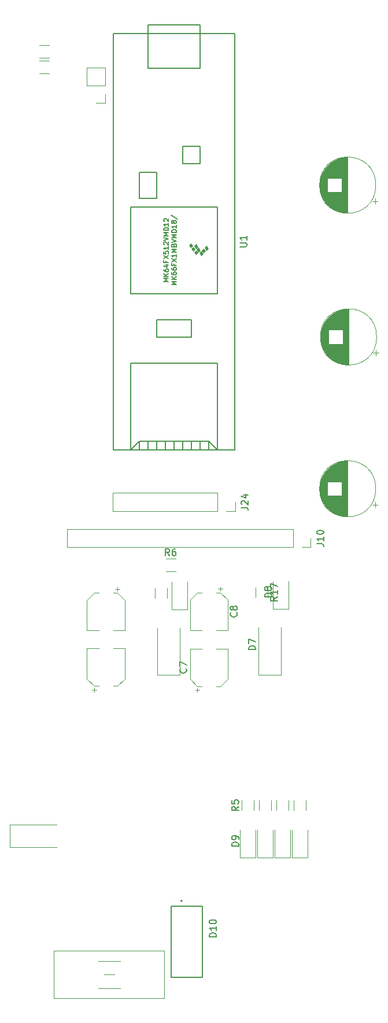
<source format=gbr>
%TF.GenerationSoftware,KiCad,Pcbnew,(6.0.2)*%
%TF.CreationDate,2022-07-06T01:18:05+02:00*%
%TF.ProjectId,MainBoard-2023,4d61696e-426f-4617-9264-2d323032332e,rev?*%
%TF.SameCoordinates,Original*%
%TF.FileFunction,Legend,Top*%
%TF.FilePolarity,Positive*%
%FSLAX46Y46*%
G04 Gerber Fmt 4.6, Leading zero omitted, Abs format (unit mm)*
G04 Created by KiCad (PCBNEW (6.0.2)) date 2022-07-06 01:18:05*
%MOMM*%
%LPD*%
G01*
G04 APERTURE LIST*
%ADD10C,0.150000*%
%ADD11C,0.120000*%
%ADD12C,0.100000*%
%ADD13C,0.127000*%
%ADD14C,0.200000*%
G04 APERTURE END LIST*
D10*
%TO.C,C8*%
X129152142Y-117189166D02*
X129199761Y-117236785D01*
X129247380Y-117379642D01*
X129247380Y-117474880D01*
X129199761Y-117617738D01*
X129104523Y-117712976D01*
X129009285Y-117760595D01*
X128818809Y-117808214D01*
X128675952Y-117808214D01*
X128485476Y-117760595D01*
X128390238Y-117712976D01*
X128295000Y-117617738D01*
X128247380Y-117474880D01*
X128247380Y-117379642D01*
X128295000Y-117236785D01*
X128342619Y-117189166D01*
X128675952Y-116617738D02*
X128628333Y-116712976D01*
X128580714Y-116760595D01*
X128485476Y-116808214D01*
X128437857Y-116808214D01*
X128342619Y-116760595D01*
X128295000Y-116712976D01*
X128247380Y-116617738D01*
X128247380Y-116427261D01*
X128295000Y-116332023D01*
X128342619Y-116284404D01*
X128437857Y-116236785D01*
X128485476Y-116236785D01*
X128580714Y-116284404D01*
X128628333Y-116332023D01*
X128675952Y-116427261D01*
X128675952Y-116617738D01*
X128723571Y-116712976D01*
X128771190Y-116760595D01*
X128866428Y-116808214D01*
X129056904Y-116808214D01*
X129152142Y-116760595D01*
X129199761Y-116712976D01*
X129247380Y-116617738D01*
X129247380Y-116427261D01*
X129199761Y-116332023D01*
X129152142Y-116284404D01*
X129056904Y-116236785D01*
X128866428Y-116236785D01*
X128771190Y-116284404D01*
X128723571Y-116332023D01*
X128675952Y-116427261D01*
%TO.C,C7*%
X121752142Y-125399166D02*
X121799761Y-125446785D01*
X121847380Y-125589642D01*
X121847380Y-125684880D01*
X121799761Y-125827738D01*
X121704523Y-125922976D01*
X121609285Y-125970595D01*
X121418809Y-126018214D01*
X121275952Y-126018214D01*
X121085476Y-125970595D01*
X120990238Y-125922976D01*
X120895000Y-125827738D01*
X120847380Y-125684880D01*
X120847380Y-125589642D01*
X120895000Y-125446785D01*
X120942619Y-125399166D01*
X120847380Y-125065833D02*
X120847380Y-124399166D01*
X121847380Y-124827738D01*
%TO.C,J10*%
X140896380Y-107108523D02*
X141610666Y-107108523D01*
X141753523Y-107156142D01*
X141848761Y-107251380D01*
X141896380Y-107394238D01*
X141896380Y-107489476D01*
X141896380Y-106108523D02*
X141896380Y-106679952D01*
X141896380Y-106394238D02*
X140896380Y-106394238D01*
X141039238Y-106489476D01*
X141134476Y-106584714D01*
X141182095Y-106679952D01*
X140896380Y-105489476D02*
X140896380Y-105394238D01*
X140944000Y-105299000D01*
X140991619Y-105251380D01*
X141086857Y-105203761D01*
X141277333Y-105156142D01*
X141515428Y-105156142D01*
X141705904Y-105203761D01*
X141801142Y-105251380D01*
X141848761Y-105299000D01*
X141896380Y-105394238D01*
X141896380Y-105489476D01*
X141848761Y-105584714D01*
X141801142Y-105632333D01*
X141705904Y-105679952D01*
X141515428Y-105727571D01*
X141277333Y-105727571D01*
X141086857Y-105679952D01*
X140991619Y-105632333D01*
X140944000Y-105584714D01*
X140896380Y-105489476D01*
%TO.C,D9*%
X129442380Y-151370595D02*
X128442380Y-151370595D01*
X128442380Y-151132500D01*
X128490000Y-150989642D01*
X128585238Y-150894404D01*
X128680476Y-150846785D01*
X128870952Y-150799166D01*
X129013809Y-150799166D01*
X129204285Y-150846785D01*
X129299523Y-150894404D01*
X129394761Y-150989642D01*
X129442380Y-151132500D01*
X129442380Y-151370595D01*
X129442380Y-150322976D02*
X129442380Y-150132500D01*
X129394761Y-150037261D01*
X129347142Y-149989642D01*
X129204285Y-149894404D01*
X129013809Y-149846785D01*
X128632857Y-149846785D01*
X128537619Y-149894404D01*
X128490000Y-149942023D01*
X128442380Y-150037261D01*
X128442380Y-150227738D01*
X128490000Y-150322976D01*
X128537619Y-150370595D01*
X128632857Y-150418214D01*
X128870952Y-150418214D01*
X128966190Y-150370595D01*
X129013809Y-150322976D01*
X129061428Y-150227738D01*
X129061428Y-150037261D01*
X129013809Y-149942023D01*
X128966190Y-149894404D01*
X128870952Y-149846785D01*
%TO.C,D8*%
X134268380Y-114911095D02*
X133268380Y-114911095D01*
X133268380Y-114673000D01*
X133316000Y-114530142D01*
X133411238Y-114434904D01*
X133506476Y-114387285D01*
X133696952Y-114339666D01*
X133839809Y-114339666D01*
X134030285Y-114387285D01*
X134125523Y-114434904D01*
X134220761Y-114530142D01*
X134268380Y-114673000D01*
X134268380Y-114911095D01*
X133696952Y-113768238D02*
X133649333Y-113863476D01*
X133601714Y-113911095D01*
X133506476Y-113958714D01*
X133458857Y-113958714D01*
X133363619Y-113911095D01*
X133316000Y-113863476D01*
X133268380Y-113768238D01*
X133268380Y-113577761D01*
X133316000Y-113482523D01*
X133363619Y-113434904D01*
X133458857Y-113387285D01*
X133506476Y-113387285D01*
X133601714Y-113434904D01*
X133649333Y-113482523D01*
X133696952Y-113577761D01*
X133696952Y-113768238D01*
X133744571Y-113863476D01*
X133792190Y-113911095D01*
X133887428Y-113958714D01*
X134077904Y-113958714D01*
X134173142Y-113911095D01*
X134220761Y-113863476D01*
X134268380Y-113768238D01*
X134268380Y-113577761D01*
X134220761Y-113482523D01*
X134173142Y-113434904D01*
X134077904Y-113387285D01*
X133887428Y-113387285D01*
X133792190Y-113434904D01*
X133744571Y-113482523D01*
X133696952Y-113577761D01*
%TO.C,R17*%
X135114380Y-114862857D02*
X134638190Y-115196190D01*
X135114380Y-115434285D02*
X134114380Y-115434285D01*
X134114380Y-115053333D01*
X134162000Y-114958095D01*
X134209619Y-114910476D01*
X134304857Y-114862857D01*
X134447714Y-114862857D01*
X134542952Y-114910476D01*
X134590571Y-114958095D01*
X134638190Y-115053333D01*
X134638190Y-115434285D01*
X135114380Y-113910476D02*
X135114380Y-114481904D01*
X135114380Y-114196190D02*
X134114380Y-114196190D01*
X134257238Y-114291428D01*
X134352476Y-114386666D01*
X134400095Y-114481904D01*
X134114380Y-113577142D02*
X134114380Y-112910476D01*
X135114380Y-113339047D01*
%TO.C,D7*%
X131937380Y-122618095D02*
X130937380Y-122618095D01*
X130937380Y-122380000D01*
X130985000Y-122237142D01*
X131080238Y-122141904D01*
X131175476Y-122094285D01*
X131365952Y-122046666D01*
X131508809Y-122046666D01*
X131699285Y-122094285D01*
X131794523Y-122141904D01*
X131889761Y-122237142D01*
X131937380Y-122380000D01*
X131937380Y-122618095D01*
X130937380Y-121713333D02*
X130937380Y-121046666D01*
X131937380Y-121475238D01*
%TO.C,R6*%
X119340333Y-108868380D02*
X119007000Y-108392190D01*
X118768904Y-108868380D02*
X118768904Y-107868380D01*
X119149857Y-107868380D01*
X119245095Y-107916000D01*
X119292714Y-107963619D01*
X119340333Y-108058857D01*
X119340333Y-108201714D01*
X119292714Y-108296952D01*
X119245095Y-108344571D01*
X119149857Y-108392190D01*
X118768904Y-108392190D01*
X120197476Y-107868380D02*
X120007000Y-107868380D01*
X119911761Y-107916000D01*
X119864142Y-107963619D01*
X119768904Y-108106476D01*
X119721285Y-108296952D01*
X119721285Y-108677904D01*
X119768904Y-108773142D01*
X119816523Y-108820761D01*
X119911761Y-108868380D01*
X120102238Y-108868380D01*
X120197476Y-108820761D01*
X120245095Y-108773142D01*
X120292714Y-108677904D01*
X120292714Y-108439809D01*
X120245095Y-108344571D01*
X120197476Y-108296952D01*
X120102238Y-108249333D01*
X119911761Y-108249333D01*
X119816523Y-108296952D01*
X119768904Y-108344571D01*
X119721285Y-108439809D01*
%TO.C,J24*%
X129837380Y-101799523D02*
X130551666Y-101799523D01*
X130694523Y-101847142D01*
X130789761Y-101942380D01*
X130837380Y-102085238D01*
X130837380Y-102180476D01*
X129932619Y-101370952D02*
X129885000Y-101323333D01*
X129837380Y-101228095D01*
X129837380Y-100990000D01*
X129885000Y-100894761D01*
X129932619Y-100847142D01*
X130027857Y-100799523D01*
X130123095Y-100799523D01*
X130265952Y-100847142D01*
X130837380Y-101418571D01*
X130837380Y-100799523D01*
X130170714Y-99942380D02*
X130837380Y-99942380D01*
X129789761Y-100180476D02*
X130504047Y-100418571D01*
X130504047Y-99799523D01*
%TO.C,U1*%
X129627380Y-63626904D02*
X130436904Y-63626904D01*
X130532142Y-63579285D01*
X130579761Y-63531666D01*
X130627380Y-63436428D01*
X130627380Y-63245952D01*
X130579761Y-63150714D01*
X130532142Y-63103095D01*
X130436904Y-63055476D01*
X129627380Y-63055476D01*
X130627380Y-62055476D02*
X130627380Y-62626904D01*
X130627380Y-62341190D02*
X129627380Y-62341190D01*
X129770238Y-62436428D01*
X129865476Y-62531666D01*
X129913095Y-62626904D01*
X120331666Y-69185000D02*
X119631666Y-69185000D01*
X120131666Y-68951666D01*
X119631666Y-68718333D01*
X120331666Y-68718333D01*
X120331666Y-68385000D02*
X119631666Y-68385000D01*
X120331666Y-67985000D02*
X119931666Y-68285000D01*
X119631666Y-67985000D02*
X120031666Y-68385000D01*
X119631666Y-67385000D02*
X119631666Y-67518333D01*
X119665000Y-67585000D01*
X119698333Y-67618333D01*
X119798333Y-67685000D01*
X119931666Y-67718333D01*
X120198333Y-67718333D01*
X120265000Y-67685000D01*
X120298333Y-67651666D01*
X120331666Y-67585000D01*
X120331666Y-67451666D01*
X120298333Y-67385000D01*
X120265000Y-67351666D01*
X120198333Y-67318333D01*
X120031666Y-67318333D01*
X119965000Y-67351666D01*
X119931666Y-67385000D01*
X119898333Y-67451666D01*
X119898333Y-67585000D01*
X119931666Y-67651666D01*
X119965000Y-67685000D01*
X120031666Y-67718333D01*
X119631666Y-66718333D02*
X119631666Y-66851666D01*
X119665000Y-66918333D01*
X119698333Y-66951666D01*
X119798333Y-67018333D01*
X119931666Y-67051666D01*
X120198333Y-67051666D01*
X120265000Y-67018333D01*
X120298333Y-66985000D01*
X120331666Y-66918333D01*
X120331666Y-66785000D01*
X120298333Y-66718333D01*
X120265000Y-66685000D01*
X120198333Y-66651666D01*
X120031666Y-66651666D01*
X119965000Y-66685000D01*
X119931666Y-66718333D01*
X119898333Y-66785000D01*
X119898333Y-66918333D01*
X119931666Y-66985000D01*
X119965000Y-67018333D01*
X120031666Y-67051666D01*
X119965000Y-66118333D02*
X119965000Y-66351666D01*
X120331666Y-66351666D02*
X119631666Y-66351666D01*
X119631666Y-66018333D01*
X119631666Y-65818333D02*
X120331666Y-65351666D01*
X119631666Y-65351666D02*
X120331666Y-65818333D01*
X120331666Y-64718333D02*
X120331666Y-65118333D01*
X120331666Y-64918333D02*
X119631666Y-64918333D01*
X119731666Y-64985000D01*
X119798333Y-65051666D01*
X119831666Y-65118333D01*
X120331666Y-64418333D02*
X119631666Y-64418333D01*
X120131666Y-64185000D01*
X119631666Y-63951666D01*
X120331666Y-63951666D01*
X119965000Y-63385000D02*
X119998333Y-63285000D01*
X120031666Y-63251666D01*
X120098333Y-63218333D01*
X120198333Y-63218333D01*
X120265000Y-63251666D01*
X120298333Y-63285000D01*
X120331666Y-63351666D01*
X120331666Y-63618333D01*
X119631666Y-63618333D01*
X119631666Y-63385000D01*
X119665000Y-63318333D01*
X119698333Y-63285000D01*
X119765000Y-63251666D01*
X119831666Y-63251666D01*
X119898333Y-63285000D01*
X119931666Y-63318333D01*
X119965000Y-63385000D01*
X119965000Y-63618333D01*
X119631666Y-63018333D02*
X120331666Y-62785000D01*
X119631666Y-62551666D01*
X120331666Y-62318333D02*
X119631666Y-62318333D01*
X120131666Y-62085000D01*
X119631666Y-61851666D01*
X120331666Y-61851666D01*
X120331666Y-61518333D02*
X119631666Y-61518333D01*
X119631666Y-61351666D01*
X119665000Y-61251666D01*
X119731666Y-61185000D01*
X119798333Y-61151666D01*
X119931666Y-61118333D01*
X120031666Y-61118333D01*
X120165000Y-61151666D01*
X120231666Y-61185000D01*
X120298333Y-61251666D01*
X120331666Y-61351666D01*
X120331666Y-61518333D01*
X120331666Y-60451666D02*
X120331666Y-60851666D01*
X120331666Y-60651666D02*
X119631666Y-60651666D01*
X119731666Y-60718333D01*
X119798333Y-60785000D01*
X119831666Y-60851666D01*
X119931666Y-60051666D02*
X119898333Y-60118333D01*
X119865000Y-60151666D01*
X119798333Y-60185000D01*
X119765000Y-60185000D01*
X119698333Y-60151666D01*
X119665000Y-60118333D01*
X119631666Y-60051666D01*
X119631666Y-59918333D01*
X119665000Y-59851666D01*
X119698333Y-59818333D01*
X119765000Y-59785000D01*
X119798333Y-59785000D01*
X119865000Y-59818333D01*
X119898333Y-59851666D01*
X119931666Y-59918333D01*
X119931666Y-60051666D01*
X119965000Y-60118333D01*
X119998333Y-60151666D01*
X120065000Y-60185000D01*
X120198333Y-60185000D01*
X120265000Y-60151666D01*
X120298333Y-60118333D01*
X120331666Y-60051666D01*
X120331666Y-59918333D01*
X120298333Y-59851666D01*
X120265000Y-59818333D01*
X120198333Y-59785000D01*
X120065000Y-59785000D01*
X119998333Y-59818333D01*
X119965000Y-59851666D01*
X119931666Y-59918333D01*
X119598333Y-58985000D02*
X120498333Y-59585000D01*
X119188666Y-68735000D02*
X118488666Y-68735000D01*
X118988666Y-68501666D01*
X118488666Y-68268333D01*
X119188666Y-68268333D01*
X119188666Y-67935000D02*
X118488666Y-67935000D01*
X119188666Y-67535000D02*
X118788666Y-67835000D01*
X118488666Y-67535000D02*
X118888666Y-67935000D01*
X118488666Y-66935000D02*
X118488666Y-67068333D01*
X118522000Y-67135000D01*
X118555333Y-67168333D01*
X118655333Y-67235000D01*
X118788666Y-67268333D01*
X119055333Y-67268333D01*
X119122000Y-67235000D01*
X119155333Y-67201666D01*
X119188666Y-67135000D01*
X119188666Y-67001666D01*
X119155333Y-66935000D01*
X119122000Y-66901666D01*
X119055333Y-66868333D01*
X118888666Y-66868333D01*
X118822000Y-66901666D01*
X118788666Y-66935000D01*
X118755333Y-67001666D01*
X118755333Y-67135000D01*
X118788666Y-67201666D01*
X118822000Y-67235000D01*
X118888666Y-67268333D01*
X118722000Y-66268333D02*
X119188666Y-66268333D01*
X118455333Y-66435000D02*
X118955333Y-66601666D01*
X118955333Y-66168333D01*
X118822000Y-65668333D02*
X118822000Y-65901666D01*
X119188666Y-65901666D02*
X118488666Y-65901666D01*
X118488666Y-65568333D01*
X118488666Y-65368333D02*
X119188666Y-64901666D01*
X118488666Y-64901666D02*
X119188666Y-65368333D01*
X118488666Y-64301666D02*
X118488666Y-64635000D01*
X118822000Y-64668333D01*
X118788666Y-64635000D01*
X118755333Y-64568333D01*
X118755333Y-64401666D01*
X118788666Y-64335000D01*
X118822000Y-64301666D01*
X118888666Y-64268333D01*
X119055333Y-64268333D01*
X119122000Y-64301666D01*
X119155333Y-64335000D01*
X119188666Y-64401666D01*
X119188666Y-64568333D01*
X119155333Y-64635000D01*
X119122000Y-64668333D01*
X119188666Y-63601666D02*
X119188666Y-64001666D01*
X119188666Y-63801666D02*
X118488666Y-63801666D01*
X118588666Y-63868333D01*
X118655333Y-63935000D01*
X118688666Y-64001666D01*
X118555333Y-63335000D02*
X118522000Y-63301666D01*
X118488666Y-63235000D01*
X118488666Y-63068333D01*
X118522000Y-63001666D01*
X118555333Y-62968333D01*
X118622000Y-62935000D01*
X118688666Y-62935000D01*
X118788666Y-62968333D01*
X119188666Y-63368333D01*
X119188666Y-62935000D01*
X118488666Y-62735000D02*
X119188666Y-62501666D01*
X118488666Y-62268333D01*
X119188666Y-62035000D02*
X118488666Y-62035000D01*
X118988666Y-61801666D01*
X118488666Y-61568333D01*
X119188666Y-61568333D01*
X119188666Y-61235000D02*
X118488666Y-61235000D01*
X118488666Y-61068333D01*
X118522000Y-60968333D01*
X118588666Y-60901666D01*
X118655333Y-60868333D01*
X118788666Y-60835000D01*
X118888666Y-60835000D01*
X119022000Y-60868333D01*
X119088666Y-60901666D01*
X119155333Y-60968333D01*
X119188666Y-61068333D01*
X119188666Y-61235000D01*
X119188666Y-60168333D02*
X119188666Y-60568333D01*
X119188666Y-60368333D02*
X118488666Y-60368333D01*
X118588666Y-60435000D01*
X118655333Y-60501666D01*
X118688666Y-60568333D01*
X118555333Y-59901666D02*
X118522000Y-59868333D01*
X118488666Y-59801666D01*
X118488666Y-59635000D01*
X118522000Y-59568333D01*
X118555333Y-59535000D01*
X118622000Y-59501666D01*
X118688666Y-59501666D01*
X118788666Y-59535000D01*
X119188666Y-59935000D01*
X119188666Y-59501666D01*
%TO.C,R5*%
X129442380Y-145581666D02*
X128966190Y-145915000D01*
X129442380Y-146153095D02*
X128442380Y-146153095D01*
X128442380Y-145772142D01*
X128490000Y-145676904D01*
X128537619Y-145629285D01*
X128632857Y-145581666D01*
X128775714Y-145581666D01*
X128870952Y-145629285D01*
X128918571Y-145676904D01*
X128966190Y-145772142D01*
X128966190Y-146153095D01*
X128442380Y-144676904D02*
X128442380Y-145153095D01*
X128918571Y-145200714D01*
X128870952Y-145153095D01*
X128823333Y-145057857D01*
X128823333Y-144819761D01*
X128870952Y-144724523D01*
X128918571Y-144676904D01*
X129013809Y-144629285D01*
X129251904Y-144629285D01*
X129347142Y-144676904D01*
X129394761Y-144724523D01*
X129442380Y-144819761D01*
X129442380Y-145057857D01*
X129394761Y-145153095D01*
X129347142Y-145200714D01*
%TO.C,D10*%
X126182380Y-164653285D02*
X125182380Y-164653285D01*
X125182380Y-164415190D01*
X125230000Y-164272333D01*
X125325238Y-164177095D01*
X125420476Y-164129476D01*
X125610952Y-164081857D01*
X125753809Y-164081857D01*
X125944285Y-164129476D01*
X126039523Y-164177095D01*
X126134761Y-164272333D01*
X126182380Y-164415190D01*
X126182380Y-164653285D01*
X126182380Y-163129476D02*
X126182380Y-163700904D01*
X126182380Y-163415190D02*
X125182380Y-163415190D01*
X125325238Y-163510428D01*
X125420476Y-163605666D01*
X125468095Y-163700904D01*
X125182380Y-162510428D02*
X125182380Y-162415190D01*
X125230000Y-162319952D01*
X125277619Y-162272333D01*
X125372857Y-162224714D01*
X125563333Y-162177095D01*
X125801428Y-162177095D01*
X125991904Y-162224714D01*
X126087142Y-162272333D01*
X126134761Y-162319952D01*
X126182380Y-162415190D01*
X126182380Y-162510428D01*
X126134761Y-162605666D01*
X126087142Y-162653285D01*
X125991904Y-162700904D01*
X125801428Y-162748523D01*
X125563333Y-162748523D01*
X125372857Y-162700904D01*
X125277619Y-162653285D01*
X125230000Y-162605666D01*
X125182380Y-162510428D01*
D11*
%TO.C,C2*%
X112772000Y-119814000D02*
X111072000Y-119814000D01*
X111707563Y-114294000D02*
X112772000Y-115358437D01*
X108316437Y-114294000D02*
X108952000Y-114294000D01*
X108316437Y-114294000D02*
X107252000Y-115358437D01*
X112772000Y-115358437D02*
X112772000Y-119814000D01*
X112009500Y-113741500D02*
X111384500Y-113741500D01*
X111707563Y-114294000D02*
X111072000Y-114294000D01*
X107252000Y-115358437D02*
X107252000Y-119814000D01*
X107252000Y-119814000D02*
X108952000Y-119814000D01*
X111697000Y-113429000D02*
X111697000Y-114054000D01*
%TO.C,D4*%
X95930000Y-151510000D02*
X102830000Y-151510000D01*
X95930000Y-148210000D02*
X95930000Y-151510000D01*
X95930000Y-148210000D02*
X102830000Y-148210000D01*
%TO.C,R4*%
X139340000Y-146142064D02*
X139340000Y-144687936D01*
X137520000Y-146142064D02*
X137520000Y-144687936D01*
%TO.C,R2*%
X117200000Y-113572936D02*
X117200000Y-115027064D01*
X119020000Y-113572936D02*
X119020000Y-115027064D01*
%TO.C,C8*%
X123399437Y-114262500D02*
X124035000Y-114262500D01*
X122335000Y-119782500D02*
X124035000Y-119782500D01*
X123399437Y-114262500D02*
X122335000Y-115326937D01*
X126790563Y-114262500D02*
X126155000Y-114262500D01*
X127855000Y-115326937D02*
X127855000Y-119782500D01*
X127855000Y-119782500D02*
X126155000Y-119782500D01*
X122335000Y-115326937D02*
X122335000Y-119782500D01*
X126790563Y-114262500D02*
X127855000Y-115326937D01*
X127092500Y-113710000D02*
X126467500Y-113710000D01*
X126780000Y-113397500D02*
X126780000Y-114022500D01*
%TO.C,C7*%
X126790563Y-127992500D02*
X126155000Y-127992500D01*
X126790563Y-127992500D02*
X127855000Y-126928063D01*
X123097500Y-128545000D02*
X123722500Y-128545000D01*
X127855000Y-126928063D02*
X127855000Y-122472500D01*
X122335000Y-126928063D02*
X122335000Y-122472500D01*
X127855000Y-122472500D02*
X126155000Y-122472500D01*
X123399437Y-127992500D02*
X122335000Y-126928063D01*
X123410000Y-128857500D02*
X123410000Y-128232500D01*
X122335000Y-122472500D02*
X124035000Y-122472500D01*
X123399437Y-127992500D02*
X124035000Y-127992500D01*
%TO.C,R3*%
X134260000Y-146142064D02*
X134260000Y-144687936D01*
X132440000Y-146142064D02*
X132440000Y-144687936D01*
%TO.C,J10*%
X137404000Y-107629000D02*
X104324000Y-107629000D01*
X137404000Y-104969000D02*
X137404000Y-107629000D01*
X137404000Y-104969000D02*
X104324000Y-104969000D01*
X140004000Y-107629000D02*
X138674000Y-107629000D01*
X104324000Y-104969000D02*
X104324000Y-107629000D01*
X140004000Y-106299000D02*
X140004000Y-107629000D01*
%TO.C,C3*%
X144619000Y-103062000D02*
X144619000Y-95058000D01*
X144099000Y-102923000D02*
X144099000Y-100100000D01*
X144259000Y-102974000D02*
X144259000Y-100100000D01*
X142339000Y-101757000D02*
X142339000Y-96363000D01*
X149829698Y-101375000D02*
X149029698Y-101375000D01*
X144019000Y-98020000D02*
X144019000Y-95225000D01*
X143179000Y-102478000D02*
X143179000Y-100100000D01*
X143499000Y-98020000D02*
X143499000Y-95454000D01*
X141859000Y-101094000D02*
X141859000Y-97026000D01*
X141939000Y-101226000D02*
X141939000Y-96894000D01*
X144780000Y-103090000D02*
X144780000Y-95030000D01*
X142059000Y-101405000D02*
X142059000Y-96715000D01*
X144820000Y-103097000D02*
X144820000Y-95023000D01*
X144059000Y-102910000D02*
X144059000Y-100100000D01*
X144499000Y-103036000D02*
X144499000Y-100100000D01*
X143859000Y-102834000D02*
X143859000Y-100100000D01*
X143939000Y-102865000D02*
X143939000Y-100100000D01*
X143779000Y-102800000D02*
X143779000Y-100100000D01*
X142579000Y-98020000D02*
X142579000Y-96115000D01*
X144219000Y-102962000D02*
X144219000Y-100100000D01*
X143779000Y-98020000D02*
X143779000Y-95320000D01*
X143059000Y-98020000D02*
X143059000Y-95722000D01*
X144299000Y-102985000D02*
X144299000Y-100100000D01*
X144219000Y-98020000D02*
X144219000Y-95158000D01*
X142139000Y-101514000D02*
X142139000Y-96606000D01*
X141739000Y-100873000D02*
X141739000Y-97247000D01*
X143139000Y-98020000D02*
X143139000Y-95668000D01*
X143619000Y-98020000D02*
X143619000Y-95394000D01*
X144499000Y-98020000D02*
X144499000Y-95084000D01*
X143739000Y-98020000D02*
X143739000Y-95338000D01*
X142899000Y-102280000D02*
X142899000Y-100100000D01*
X142979000Y-102340000D02*
X142979000Y-100100000D01*
X144940000Y-103112000D02*
X144940000Y-95008000D01*
X143579000Y-98020000D02*
X143579000Y-95413000D01*
X144339000Y-98020000D02*
X144339000Y-95124000D01*
X141979000Y-101288000D02*
X141979000Y-96832000D01*
X142899000Y-98020000D02*
X142899000Y-95840000D01*
X141899000Y-101162000D02*
X141899000Y-96958000D01*
X142979000Y-98020000D02*
X142979000Y-95780000D01*
X143259000Y-102529000D02*
X143259000Y-100100000D01*
X143499000Y-102666000D02*
X143499000Y-100100000D01*
X143339000Y-102577000D02*
X143339000Y-100100000D01*
X143819000Y-102817000D02*
X143819000Y-100100000D01*
X144900000Y-103108000D02*
X144900000Y-95012000D01*
X143419000Y-102622000D02*
X143419000Y-100100000D01*
X142459000Y-101886000D02*
X142459000Y-96234000D01*
X142019000Y-101347000D02*
X142019000Y-96773000D01*
X145380000Y-103140000D02*
X145380000Y-94980000D01*
X144099000Y-98020000D02*
X144099000Y-95197000D01*
X144139000Y-102937000D02*
X144139000Y-100100000D01*
X141779000Y-100950000D02*
X141779000Y-97170000D01*
X144299000Y-98020000D02*
X144299000Y-95135000D01*
X143979000Y-102881000D02*
X143979000Y-100100000D01*
X143979000Y-98020000D02*
X143979000Y-95239000D01*
X142619000Y-98020000D02*
X142619000Y-96077000D01*
X143379000Y-102600000D02*
X143379000Y-100100000D01*
X144379000Y-98020000D02*
X144379000Y-95113000D01*
X144459000Y-98020000D02*
X144459000Y-95093000D01*
X142499000Y-101927000D02*
X142499000Y-100100000D01*
X143419000Y-98020000D02*
X143419000Y-95498000D01*
X142939000Y-102310000D02*
X142939000Y-100100000D01*
X142579000Y-102005000D02*
X142579000Y-100100000D01*
X142739000Y-98020000D02*
X142739000Y-95970000D01*
X143699000Y-102764000D02*
X143699000Y-100100000D01*
X142419000Y-101844000D02*
X142419000Y-96276000D01*
X143659000Y-98020000D02*
X143659000Y-95374000D01*
X144740000Y-103084000D02*
X144740000Y-95036000D01*
X143819000Y-98020000D02*
X143819000Y-95303000D01*
X143379000Y-98020000D02*
X143379000Y-95520000D01*
X142299000Y-101711000D02*
X142299000Y-96409000D01*
X142819000Y-98020000D02*
X142819000Y-95904000D01*
X141379000Y-99828000D02*
X141379000Y-98292000D01*
X141659000Y-100705000D02*
X141659000Y-97415000D01*
X142379000Y-101801000D02*
X142379000Y-96319000D01*
X144459000Y-103027000D02*
X144459000Y-100100000D01*
X144659000Y-103070000D02*
X144659000Y-95050000D01*
X142539000Y-101967000D02*
X142539000Y-100100000D01*
X143019000Y-102369000D02*
X143019000Y-100100000D01*
X141619000Y-100612000D02*
X141619000Y-97508000D01*
X143219000Y-98020000D02*
X143219000Y-95616000D01*
X143899000Y-98020000D02*
X143899000Y-95270000D01*
X144139000Y-98020000D02*
X144139000Y-95183000D01*
X144259000Y-98020000D02*
X144259000Y-95146000D01*
X144860000Y-103102000D02*
X144860000Y-95018000D01*
X143859000Y-98020000D02*
X143859000Y-95286000D01*
X142179000Y-101565000D02*
X142179000Y-96555000D01*
X143459000Y-102644000D02*
X143459000Y-100100000D01*
X143739000Y-102782000D02*
X143739000Y-100100000D01*
X141699000Y-100791000D02*
X141699000Y-97329000D01*
X142939000Y-98020000D02*
X142939000Y-95810000D01*
X143539000Y-98020000D02*
X143539000Y-95433000D01*
X142219000Y-101616000D02*
X142219000Y-96504000D01*
X145340000Y-103140000D02*
X145340000Y-94980000D01*
X143099000Y-98020000D02*
X143099000Y-95695000D01*
X142859000Y-98020000D02*
X142859000Y-95871000D01*
X145060000Y-103125000D02*
X145060000Y-94995000D01*
X144699000Y-103077000D02*
X144699000Y-95043000D01*
X144419000Y-103017000D02*
X144419000Y-100100000D01*
X141819000Y-101024000D02*
X141819000Y-97096000D01*
X142859000Y-102249000D02*
X142859000Y-100100000D01*
X141499000Y-100289000D02*
X141499000Y-97831000D01*
X143059000Y-102398000D02*
X143059000Y-100100000D01*
X142699000Y-102115000D02*
X142699000Y-100100000D01*
X144339000Y-102996000D02*
X144339000Y-100100000D01*
X143939000Y-98020000D02*
X143939000Y-95255000D01*
X145420000Y-103140000D02*
X145420000Y-94980000D01*
X143299000Y-102553000D02*
X143299000Y-100100000D01*
X144179000Y-102949000D02*
X144179000Y-100100000D01*
X142779000Y-98020000D02*
X142779000Y-95936000D01*
X145020000Y-103121000D02*
X145020000Y-94999000D01*
X144379000Y-103007000D02*
X144379000Y-100100000D01*
X145100000Y-103128000D02*
X145100000Y-94992000D01*
X144059000Y-98020000D02*
X144059000Y-95210000D01*
X145260000Y-103137000D02*
X145260000Y-94983000D01*
X149429698Y-101775000D02*
X149429698Y-100975000D01*
X142659000Y-102079000D02*
X142659000Y-100100000D01*
X144980000Y-103117000D02*
X144980000Y-95003000D01*
X143539000Y-102687000D02*
X143539000Y-100100000D01*
X144579000Y-103054000D02*
X144579000Y-95066000D01*
X144419000Y-98020000D02*
X144419000Y-95103000D01*
X143219000Y-102504000D02*
X143219000Y-100100000D01*
X142619000Y-102043000D02*
X142619000Y-100100000D01*
X143619000Y-102726000D02*
X143619000Y-100100000D01*
X144539000Y-103045000D02*
X144539000Y-100100000D01*
X142819000Y-102216000D02*
X142819000Y-100100000D01*
X142259000Y-101664000D02*
X142259000Y-96456000D01*
X142659000Y-98020000D02*
X142659000Y-96041000D01*
X143299000Y-98020000D02*
X143299000Y-95567000D01*
X145140000Y-103131000D02*
X145140000Y-94989000D01*
X143139000Y-102452000D02*
X143139000Y-100100000D01*
X142699000Y-98020000D02*
X142699000Y-96005000D01*
X143339000Y-98020000D02*
X143339000Y-95543000D01*
X143179000Y-98020000D02*
X143179000Y-95642000D01*
X143019000Y-98020000D02*
X143019000Y-95751000D01*
X141459000Y-100158000D02*
X141459000Y-97962000D01*
X141419000Y-100008000D02*
X141419000Y-98112000D01*
X141579000Y-100513000D02*
X141579000Y-97607000D01*
X144539000Y-98020000D02*
X144539000Y-95075000D01*
X143899000Y-102850000D02*
X143899000Y-100100000D01*
X142539000Y-98020000D02*
X142539000Y-96153000D01*
X143659000Y-102746000D02*
X143659000Y-100100000D01*
X141339000Y-99593000D02*
X141339000Y-98527000D01*
X143699000Y-98020000D02*
X143699000Y-95356000D01*
X145300000Y-103139000D02*
X145300000Y-94981000D01*
X141539000Y-100406000D02*
X141539000Y-97714000D01*
X143099000Y-102425000D02*
X143099000Y-100100000D01*
X145220000Y-103136000D02*
X145220000Y-94984000D01*
X142099000Y-101460000D02*
X142099000Y-96660000D01*
X142779000Y-102184000D02*
X142779000Y-100100000D01*
X144179000Y-98020000D02*
X144179000Y-95171000D01*
X143579000Y-102707000D02*
X143579000Y-100100000D01*
X143459000Y-98020000D02*
X143459000Y-95476000D01*
X142499000Y-98020000D02*
X142499000Y-96193000D01*
X142739000Y-102150000D02*
X142739000Y-100100000D01*
X145180000Y-103134000D02*
X145180000Y-94986000D01*
X143259000Y-98020000D02*
X143259000Y-95591000D01*
X144019000Y-102895000D02*
X144019000Y-100100000D01*
X149540000Y-99060000D02*
G75*
G03*
X149540000Y-99060000I-4120000J0D01*
G01*
%TO.C,D9*%
X129675000Y-153092500D02*
X131945000Y-153092500D01*
X129675000Y-149032500D02*
X129675000Y-153092500D01*
X131945000Y-153092500D02*
X131945000Y-149032500D01*
%TO.C,J8*%
X109915000Y-42605000D02*
X108585000Y-42605000D01*
X109915000Y-37405000D02*
X107255000Y-37405000D01*
X109915000Y-41275000D02*
X109915000Y-42605000D01*
X107255000Y-40005000D02*
X107255000Y-37405000D01*
X109915000Y-40005000D02*
X109915000Y-37405000D01*
X109915000Y-40005000D02*
X107255000Y-40005000D01*
%TO.C,R22*%
X101692064Y-38248000D02*
X100237936Y-38248000D01*
X101692064Y-36428000D02*
X100237936Y-36428000D01*
%TO.C,D8*%
X134501000Y-116633000D02*
X136771000Y-116633000D01*
X134501000Y-112573000D02*
X134501000Y-116633000D01*
X136771000Y-116633000D02*
X136771000Y-112573000D01*
%TO.C,R17*%
X131932000Y-113492936D02*
X131932000Y-114947064D01*
X133752000Y-113492936D02*
X133752000Y-114947064D01*
%TO.C,C6*%
X142779000Y-57734000D02*
X142779000Y-55650000D01*
X143739000Y-53570000D02*
X143739000Y-50888000D01*
X144299000Y-53570000D02*
X144299000Y-50685000D01*
X143299000Y-53570000D02*
X143299000Y-51117000D01*
X143259000Y-53570000D02*
X143259000Y-51141000D01*
X142219000Y-57166000D02*
X142219000Y-52054000D01*
X142939000Y-57860000D02*
X142939000Y-55650000D01*
X141979000Y-56838000D02*
X141979000Y-52382000D01*
X141619000Y-56162000D02*
X141619000Y-53058000D01*
X145220000Y-58686000D02*
X145220000Y-50534000D01*
X144940000Y-58662000D02*
X144940000Y-50558000D01*
X143899000Y-53570000D02*
X143899000Y-50820000D01*
X142659000Y-57629000D02*
X142659000Y-55650000D01*
X144259000Y-53570000D02*
X144259000Y-50696000D01*
X144379000Y-58557000D02*
X144379000Y-55650000D01*
X144059000Y-53570000D02*
X144059000Y-50760000D01*
X142859000Y-57799000D02*
X142859000Y-55650000D01*
X143939000Y-53570000D02*
X143939000Y-50805000D01*
X144219000Y-58512000D02*
X144219000Y-55650000D01*
X142459000Y-57436000D02*
X142459000Y-51784000D01*
X141539000Y-55956000D02*
X141539000Y-53264000D01*
X144379000Y-53570000D02*
X144379000Y-50663000D01*
X143539000Y-58237000D02*
X143539000Y-55650000D01*
X144219000Y-53570000D02*
X144219000Y-50708000D01*
X142059000Y-56955000D02*
X142059000Y-52265000D01*
X142859000Y-53570000D02*
X142859000Y-51421000D01*
X143979000Y-53570000D02*
X143979000Y-50789000D01*
X145260000Y-58687000D02*
X145260000Y-50533000D01*
X142019000Y-56897000D02*
X142019000Y-52323000D01*
X143339000Y-53570000D02*
X143339000Y-51093000D01*
X145100000Y-58678000D02*
X145100000Y-50542000D01*
X141859000Y-56644000D02*
X141859000Y-52576000D01*
X143979000Y-58431000D02*
X143979000Y-55650000D01*
X144699000Y-58627000D02*
X144699000Y-50593000D01*
X145340000Y-58690000D02*
X145340000Y-50530000D01*
X143379000Y-58150000D02*
X143379000Y-55650000D01*
X141659000Y-56255000D02*
X141659000Y-52965000D01*
X143859000Y-53570000D02*
X143859000Y-50836000D01*
X142619000Y-57593000D02*
X142619000Y-55650000D01*
X149429698Y-57325000D02*
X149429698Y-56525000D01*
X142379000Y-57351000D02*
X142379000Y-51869000D01*
X142419000Y-57394000D02*
X142419000Y-51826000D01*
X143699000Y-53570000D02*
X143699000Y-50906000D01*
X145140000Y-58681000D02*
X145140000Y-50539000D01*
X141579000Y-56063000D02*
X141579000Y-53157000D01*
X144259000Y-58524000D02*
X144259000Y-55650000D01*
X143539000Y-53570000D02*
X143539000Y-50983000D01*
X141819000Y-56574000D02*
X141819000Y-52646000D01*
X143499000Y-53570000D02*
X143499000Y-51004000D01*
X143419000Y-58172000D02*
X143419000Y-55650000D01*
X143739000Y-58332000D02*
X143739000Y-55650000D01*
X144179000Y-58499000D02*
X144179000Y-55650000D01*
X143499000Y-58216000D02*
X143499000Y-55650000D01*
X144659000Y-58620000D02*
X144659000Y-50600000D01*
X143859000Y-58384000D02*
X143859000Y-55650000D01*
X142939000Y-53570000D02*
X142939000Y-51360000D01*
X143579000Y-58257000D02*
X143579000Y-55650000D01*
X145420000Y-58690000D02*
X145420000Y-50530000D01*
X144459000Y-58577000D02*
X144459000Y-55650000D01*
X142579000Y-57555000D02*
X142579000Y-55650000D01*
X142979000Y-57890000D02*
X142979000Y-55650000D01*
X143459000Y-53570000D02*
X143459000Y-51026000D01*
X141779000Y-56500000D02*
X141779000Y-52720000D01*
X143819000Y-58367000D02*
X143819000Y-55650000D01*
X142659000Y-53570000D02*
X142659000Y-51591000D01*
X141699000Y-56341000D02*
X141699000Y-52879000D01*
X142139000Y-57064000D02*
X142139000Y-52156000D01*
X144099000Y-58473000D02*
X144099000Y-55650000D01*
X143059000Y-57948000D02*
X143059000Y-55650000D01*
X143779000Y-53570000D02*
X143779000Y-50870000D01*
X144099000Y-53570000D02*
X144099000Y-50747000D01*
X141419000Y-55558000D02*
X141419000Y-53662000D01*
X143699000Y-58314000D02*
X143699000Y-55650000D01*
X144019000Y-53570000D02*
X144019000Y-50775000D01*
X149829698Y-56925000D02*
X149029698Y-56925000D01*
X142579000Y-53570000D02*
X142579000Y-51665000D01*
X145380000Y-58690000D02*
X145380000Y-50530000D01*
X144820000Y-58647000D02*
X144820000Y-50573000D01*
X145020000Y-58671000D02*
X145020000Y-50549000D01*
X143059000Y-53570000D02*
X143059000Y-51272000D01*
X141939000Y-56776000D02*
X141939000Y-52444000D01*
X143099000Y-57975000D02*
X143099000Y-55650000D01*
X143219000Y-58054000D02*
X143219000Y-55650000D01*
X143179000Y-58028000D02*
X143179000Y-55650000D01*
X144619000Y-58612000D02*
X144619000Y-50608000D01*
X141739000Y-56423000D02*
X141739000Y-52797000D01*
X144419000Y-58567000D02*
X144419000Y-55650000D01*
X145180000Y-58684000D02*
X145180000Y-50536000D01*
X143579000Y-53570000D02*
X143579000Y-50963000D01*
X144339000Y-53570000D02*
X144339000Y-50674000D01*
X142819000Y-53570000D02*
X142819000Y-51454000D01*
X144579000Y-58604000D02*
X144579000Y-50616000D01*
X142779000Y-53570000D02*
X142779000Y-51486000D01*
X142539000Y-57517000D02*
X142539000Y-55650000D01*
X143299000Y-58103000D02*
X143299000Y-55650000D01*
X143899000Y-58400000D02*
X143899000Y-55650000D01*
X144740000Y-58634000D02*
X144740000Y-50586000D01*
X142739000Y-53570000D02*
X142739000Y-51520000D01*
X144339000Y-58546000D02*
X144339000Y-55650000D01*
X144499000Y-58586000D02*
X144499000Y-55650000D01*
X144139000Y-53570000D02*
X144139000Y-50733000D01*
X141499000Y-55839000D02*
X141499000Y-53381000D01*
X143939000Y-58415000D02*
X143939000Y-55650000D01*
X143819000Y-53570000D02*
X143819000Y-50853000D01*
X144419000Y-53570000D02*
X144419000Y-50653000D01*
X141459000Y-55708000D02*
X141459000Y-53512000D01*
X144059000Y-58460000D02*
X144059000Y-55650000D01*
X143619000Y-53570000D02*
X143619000Y-50944000D01*
X143099000Y-53570000D02*
X143099000Y-51245000D01*
X143779000Y-58350000D02*
X143779000Y-55650000D01*
X143139000Y-58002000D02*
X143139000Y-55650000D01*
X142299000Y-57261000D02*
X142299000Y-51959000D01*
X144900000Y-58658000D02*
X144900000Y-50562000D01*
X143219000Y-53570000D02*
X143219000Y-51166000D01*
X144980000Y-58667000D02*
X144980000Y-50553000D01*
X143459000Y-58194000D02*
X143459000Y-55650000D01*
X141339000Y-55143000D02*
X141339000Y-54077000D01*
X143019000Y-53570000D02*
X143019000Y-51301000D01*
X142819000Y-57766000D02*
X142819000Y-55650000D01*
X142179000Y-57115000D02*
X142179000Y-52105000D01*
X143019000Y-57919000D02*
X143019000Y-55650000D01*
X144539000Y-58595000D02*
X144539000Y-55650000D01*
X142339000Y-57307000D02*
X142339000Y-51913000D01*
X143139000Y-53570000D02*
X143139000Y-51218000D01*
X144860000Y-58652000D02*
X144860000Y-50568000D01*
X141379000Y-55378000D02*
X141379000Y-53842000D01*
X141899000Y-56712000D02*
X141899000Y-52508000D01*
X143379000Y-53570000D02*
X143379000Y-51070000D01*
X143179000Y-53570000D02*
X143179000Y-51192000D01*
X142099000Y-57010000D02*
X142099000Y-52210000D01*
X142899000Y-53570000D02*
X142899000Y-51390000D01*
X144179000Y-53570000D02*
X144179000Y-50721000D01*
X144459000Y-53570000D02*
X144459000Y-50643000D01*
X143659000Y-58296000D02*
X143659000Y-55650000D01*
X144780000Y-58640000D02*
X144780000Y-50580000D01*
X144139000Y-58487000D02*
X144139000Y-55650000D01*
X144019000Y-58445000D02*
X144019000Y-55650000D01*
X144299000Y-58535000D02*
X144299000Y-55650000D01*
X142699000Y-57665000D02*
X142699000Y-55650000D01*
X143659000Y-53570000D02*
X143659000Y-50924000D01*
X144499000Y-53570000D02*
X144499000Y-50634000D01*
X145060000Y-58675000D02*
X145060000Y-50545000D01*
X142619000Y-53570000D02*
X142619000Y-51627000D01*
X142699000Y-53570000D02*
X142699000Y-51555000D01*
X142499000Y-57477000D02*
X142499000Y-55650000D01*
X142899000Y-57830000D02*
X142899000Y-55650000D01*
X142739000Y-57700000D02*
X142739000Y-55650000D01*
X142979000Y-53570000D02*
X142979000Y-51330000D01*
X142539000Y-53570000D02*
X142539000Y-51703000D01*
X143419000Y-53570000D02*
X143419000Y-51048000D01*
X144539000Y-53570000D02*
X144539000Y-50625000D01*
X145300000Y-58689000D02*
X145300000Y-50531000D01*
X143619000Y-58276000D02*
X143619000Y-55650000D01*
X142259000Y-57214000D02*
X142259000Y-52006000D01*
X142499000Y-53570000D02*
X142499000Y-51743000D01*
X143339000Y-58127000D02*
X143339000Y-55650000D01*
X143259000Y-58079000D02*
X143259000Y-55650000D01*
X149540000Y-54610000D02*
G75*
G03*
X149540000Y-54610000I-4120000J0D01*
G01*
%TO.C,D7*%
X135635000Y-126280000D02*
X135635000Y-119380000D01*
X132335000Y-126280000D02*
X132335000Y-119380000D01*
X132335000Y-126280000D02*
X135635000Y-126280000D01*
%TO.C,R6*%
X118779936Y-109326000D02*
X120234064Y-109326000D01*
X118779936Y-111146000D02*
X120234064Y-111146000D01*
%TO.C,D3*%
X121912000Y-116760000D02*
X121912000Y-112700000D01*
X119642000Y-112700000D02*
X119642000Y-116760000D01*
X119642000Y-116760000D02*
X121912000Y-116760000D01*
%TO.C,D5*%
X132215000Y-153092500D02*
X134485000Y-153092500D01*
X132215000Y-149032500D02*
X132215000Y-153092500D01*
X134485000Y-153092500D02*
X134485000Y-149032500D01*
%TO.C,C1*%
X108014500Y-128494500D02*
X108639500Y-128494500D01*
X112772000Y-126877563D02*
X112772000Y-122422000D01*
X107252000Y-126877563D02*
X107252000Y-122422000D01*
X108316437Y-127942000D02*
X108952000Y-127942000D01*
X107252000Y-122422000D02*
X108952000Y-122422000D01*
X108316437Y-127942000D02*
X107252000Y-126877563D01*
X111707563Y-127942000D02*
X111072000Y-127942000D01*
X111707563Y-127942000D02*
X112772000Y-126877563D01*
X108327000Y-128807000D02*
X108327000Y-128182000D01*
X112772000Y-122422000D02*
X111072000Y-122422000D01*
%TO.C,R21*%
X101692064Y-34142000D02*
X100237936Y-34142000D01*
X101692064Y-35962000D02*
X100237936Y-35962000D01*
%TO.C,D2*%
X117506000Y-126320000D02*
X120806000Y-126320000D01*
X120806000Y-126320000D02*
X120806000Y-119420000D01*
X117506000Y-126320000D02*
X117506000Y-119420000D01*
%TO.C,D1*%
X134755000Y-153092500D02*
X137025000Y-153092500D01*
X134755000Y-149032500D02*
X134755000Y-153092500D01*
X137025000Y-153092500D02*
X137025000Y-149032500D01*
%TO.C,J24*%
X126345000Y-99660000D02*
X126345000Y-102320000D01*
X126345000Y-99660000D02*
X111045000Y-99660000D01*
X126345000Y-102320000D02*
X111045000Y-102320000D01*
X128945000Y-102320000D02*
X127615000Y-102320000D01*
X128945000Y-100990000D02*
X128945000Y-102320000D01*
X111045000Y-99660000D02*
X111045000Y-102320000D01*
D10*
%TO.C,U1*%
X116205000Y-37465000D02*
X116205000Y-32385000D01*
X114935000Y-56515000D02*
X114935000Y-52705000D01*
X123825000Y-37465000D02*
X123825000Y-32385000D01*
X111125000Y-32385000D02*
X128905000Y-32385000D01*
X116205000Y-92075000D02*
X116205000Y-93345000D01*
X114935000Y-92075000D02*
X125095000Y-92075000D01*
X123825000Y-92075000D02*
X123825000Y-93345000D01*
X113665000Y-80645000D02*
X113665000Y-93345000D01*
X126365000Y-57785000D02*
X126365000Y-70485000D01*
X116205000Y-32385000D02*
X116205000Y-31115000D01*
X113665000Y-70485000D02*
X126365000Y-70485000D01*
X123825000Y-31115000D02*
X123825000Y-32385000D01*
X123825000Y-48895000D02*
X121285000Y-48895000D01*
X122555000Y-76835000D02*
X117475000Y-76835000D01*
X121285000Y-48895000D02*
X121285000Y-51435000D01*
X117475000Y-52705000D02*
X117475000Y-56515000D01*
X128905000Y-93345000D02*
X128905000Y-32385000D01*
X113665000Y-93345000D02*
X114935000Y-92075000D01*
X125095000Y-92075000D02*
X126365000Y-93345000D01*
X113665000Y-57785000D02*
X113665000Y-70485000D01*
X111125000Y-32385000D02*
X111125000Y-93345000D01*
X125095000Y-92075000D02*
X125095000Y-93345000D01*
X126365000Y-80645000D02*
X113665000Y-80645000D01*
X126365000Y-93345000D02*
X126365000Y-80645000D01*
X117475000Y-74295000D02*
X122555000Y-74295000D01*
X121285000Y-92075000D02*
X121285000Y-93345000D01*
X120015000Y-92075000D02*
X120015000Y-93345000D01*
X117475000Y-56515000D02*
X114935000Y-56515000D01*
X118745000Y-92075000D02*
X118745000Y-93345000D01*
X116205000Y-37465000D02*
X123825000Y-37465000D01*
X116205000Y-31115000D02*
X123825000Y-31115000D01*
X122555000Y-74295000D02*
X122555000Y-76835000D01*
X114935000Y-92075000D02*
X114935000Y-93345000D01*
X114935000Y-52705000D02*
X117475000Y-52705000D01*
X117475000Y-92075000D02*
X117475000Y-93345000D01*
X128905000Y-93345000D02*
X111125000Y-93345000D01*
X122555000Y-92075000D02*
X122555000Y-93345000D01*
X123825000Y-51435000D02*
X123825000Y-48895000D01*
X126365000Y-57785000D02*
X113665000Y-57785000D01*
X121285000Y-51435000D02*
X123825000Y-51435000D01*
X117475000Y-76835000D02*
X117475000Y-74295000D01*
D12*
X124206000Y-64643000D02*
X123952000Y-64897000D01*
X123952000Y-64897000D02*
X123698000Y-64516000D01*
X123698000Y-64516000D02*
X123952000Y-64262000D01*
X123952000Y-64262000D02*
X124206000Y-64643000D01*
G36*
X124206000Y-64643000D02*
G01*
X123952000Y-64897000D01*
X123698000Y-64516000D01*
X123952000Y-64262000D01*
X124206000Y-64643000D01*
G37*
X124206000Y-64643000D02*
X123952000Y-64897000D01*
X123698000Y-64516000D01*
X123952000Y-64262000D01*
X124206000Y-64643000D01*
X123444000Y-64516000D02*
X123190000Y-64770000D01*
X123190000Y-64770000D02*
X122936000Y-64389000D01*
X122936000Y-64389000D02*
X123190000Y-64135000D01*
X123190000Y-64135000D02*
X123444000Y-64516000D01*
G36*
X123444000Y-64516000D02*
G01*
X123190000Y-64770000D01*
X122936000Y-64389000D01*
X123190000Y-64135000D01*
X123444000Y-64516000D01*
G37*
X123444000Y-64516000D02*
X123190000Y-64770000D01*
X122936000Y-64389000D01*
X123190000Y-64135000D01*
X123444000Y-64516000D01*
X123825000Y-64135000D02*
X123571000Y-64389000D01*
X123571000Y-64389000D02*
X123317000Y-64008000D01*
X123317000Y-64008000D02*
X123571000Y-63754000D01*
X123571000Y-63754000D02*
X123825000Y-64135000D01*
G36*
X123825000Y-64135000D02*
G01*
X123571000Y-64389000D01*
X123317000Y-64008000D01*
X123571000Y-63754000D01*
X123825000Y-64135000D01*
G37*
X123825000Y-64135000D02*
X123571000Y-64389000D01*
X123317000Y-64008000D01*
X123571000Y-63754000D01*
X123825000Y-64135000D01*
X122682000Y-63500000D02*
X122428000Y-63754000D01*
X122428000Y-63754000D02*
X122174000Y-63373000D01*
X122174000Y-63373000D02*
X122428000Y-63119000D01*
X122428000Y-63119000D02*
X122682000Y-63500000D01*
G36*
X122682000Y-63500000D02*
G01*
X122428000Y-63754000D01*
X122174000Y-63373000D01*
X122428000Y-63119000D01*
X122682000Y-63500000D01*
G37*
X122682000Y-63500000D02*
X122428000Y-63754000D01*
X122174000Y-63373000D01*
X122428000Y-63119000D01*
X122682000Y-63500000D01*
X123444000Y-63627000D02*
X123190000Y-63881000D01*
X123190000Y-63881000D02*
X122936000Y-63500000D01*
X122936000Y-63500000D02*
X123190000Y-63246000D01*
X123190000Y-63246000D02*
X123444000Y-63627000D01*
G36*
X123444000Y-63627000D02*
G01*
X123190000Y-63881000D01*
X122936000Y-63500000D01*
X123190000Y-63246000D01*
X123444000Y-63627000D01*
G37*
X123444000Y-63627000D02*
X123190000Y-63881000D01*
X122936000Y-63500000D01*
X123190000Y-63246000D01*
X123444000Y-63627000D01*
X123063000Y-64008000D02*
X122809000Y-64262000D01*
X122809000Y-64262000D02*
X122555000Y-63881000D01*
X122555000Y-63881000D02*
X122809000Y-63627000D01*
X122809000Y-63627000D02*
X123063000Y-64008000D01*
G36*
X123063000Y-64008000D02*
G01*
X122809000Y-64262000D01*
X122555000Y-63881000D01*
X122809000Y-63627000D01*
X123063000Y-64008000D01*
G37*
X123063000Y-64008000D02*
X122809000Y-64262000D01*
X122555000Y-63881000D01*
X122809000Y-63627000D01*
X123063000Y-64008000D01*
X124587000Y-64262000D02*
X124333000Y-64516000D01*
X124333000Y-64516000D02*
X124079000Y-64135000D01*
X124079000Y-64135000D02*
X124333000Y-63881000D01*
X124333000Y-63881000D02*
X124587000Y-64262000D01*
G36*
X124587000Y-64262000D02*
G01*
X124333000Y-64516000D01*
X124079000Y-64135000D01*
X124333000Y-63881000D01*
X124587000Y-64262000D01*
G37*
X124587000Y-64262000D02*
X124333000Y-64516000D01*
X124079000Y-64135000D01*
X124333000Y-63881000D01*
X124587000Y-64262000D01*
X124968000Y-63881000D02*
X124714000Y-64135000D01*
X124714000Y-64135000D02*
X124460000Y-63754000D01*
X124460000Y-63754000D02*
X124714000Y-63500000D01*
X124714000Y-63500000D02*
X124968000Y-63881000D01*
G36*
X124968000Y-63881000D02*
G01*
X124714000Y-64135000D01*
X124460000Y-63754000D01*
X124714000Y-63500000D01*
X124968000Y-63881000D01*
G37*
X124968000Y-63881000D02*
X124714000Y-64135000D01*
X124460000Y-63754000D01*
X124714000Y-63500000D01*
X124968000Y-63881000D01*
D11*
%TO.C,R5*%
X129900000Y-146142064D02*
X129900000Y-144687936D01*
X131720000Y-146142064D02*
X131720000Y-144687936D01*
%TO.C,F2*%
X102390000Y-166710000D02*
X102390000Y-173650000D01*
X118590000Y-173650000D02*
X118590000Y-166710000D01*
X118590000Y-166710000D02*
X102390000Y-166710000D01*
X111240000Y-170180000D02*
X109740000Y-170180000D01*
X108890000Y-168180000D02*
X112090000Y-168180000D01*
X112090000Y-172180000D02*
X108890000Y-172180000D01*
X102390000Y-173650000D02*
X118590000Y-173650000D01*
%TO.C,R1*%
X136800000Y-146142064D02*
X136800000Y-144687936D01*
X134980000Y-146142064D02*
X134980000Y-144687936D01*
%TO.C,C4*%
X144266000Y-75795000D02*
X144266000Y-72958000D01*
X144506000Y-80782000D02*
X144506000Y-77875000D01*
X143506000Y-75795000D02*
X143506000Y-73295000D01*
X143826000Y-80539000D02*
X143826000Y-77875000D01*
X142546000Y-79619000D02*
X142546000Y-74051000D01*
X143026000Y-75795000D02*
X143026000Y-73615000D01*
X144466000Y-80771000D02*
X144466000Y-77875000D01*
X142746000Y-75795000D02*
X142746000Y-73852000D01*
X141626000Y-78064000D02*
X141626000Y-75606000D01*
X141826000Y-78566000D02*
X141826000Y-75104000D01*
X144186000Y-80685000D02*
X144186000Y-77875000D01*
X143146000Y-75795000D02*
X143146000Y-73526000D01*
X143946000Y-75795000D02*
X143946000Y-73078000D01*
X144106000Y-80656000D02*
X144106000Y-77875000D01*
X142426000Y-79486000D02*
X142426000Y-74184000D01*
X149556698Y-79550000D02*
X149556698Y-78750000D01*
X143386000Y-80304000D02*
X143386000Y-77875000D01*
X142906000Y-79959000D02*
X142906000Y-77875000D01*
X145067000Y-80887000D02*
X145067000Y-72783000D01*
X144266000Y-80712000D02*
X144266000Y-77875000D01*
X143866000Y-75795000D02*
X143866000Y-73113000D01*
X143426000Y-80328000D02*
X143426000Y-77875000D01*
X142146000Y-79122000D02*
X142146000Y-74548000D01*
X141946000Y-78799000D02*
X141946000Y-74871000D01*
X144226000Y-80698000D02*
X144226000Y-77875000D01*
X142666000Y-75795000D02*
X142666000Y-73928000D01*
X144706000Y-80829000D02*
X144706000Y-72841000D01*
X144026000Y-80625000D02*
X144026000Y-77875000D01*
X143266000Y-75795000D02*
X143266000Y-73443000D01*
X145507000Y-80915000D02*
X145507000Y-72755000D01*
X142866000Y-79925000D02*
X142866000Y-77875000D01*
X142746000Y-79818000D02*
X142746000Y-77875000D01*
X141466000Y-77368000D02*
X141466000Y-76302000D01*
X144426000Y-75795000D02*
X144426000Y-72910000D01*
X142946000Y-75795000D02*
X142946000Y-73679000D01*
X144426000Y-80760000D02*
X144426000Y-77875000D01*
X143826000Y-75795000D02*
X143826000Y-73131000D01*
X143346000Y-80279000D02*
X143346000Y-77875000D01*
X143986000Y-80609000D02*
X143986000Y-77875000D01*
X145347000Y-80911000D02*
X145347000Y-72759000D01*
X143906000Y-80575000D02*
X143906000Y-77875000D01*
X145267000Y-80906000D02*
X145267000Y-72764000D01*
X143466000Y-75795000D02*
X143466000Y-73318000D01*
X144947000Y-80872000D02*
X144947000Y-72798000D01*
X145227000Y-80903000D02*
X145227000Y-72767000D01*
X143786000Y-75795000D02*
X143786000Y-73149000D01*
X141706000Y-78288000D02*
X141706000Y-75382000D01*
X144466000Y-75795000D02*
X144466000Y-72899000D01*
X142786000Y-79854000D02*
X142786000Y-77875000D01*
X142266000Y-79289000D02*
X142266000Y-74381000D01*
X144546000Y-75795000D02*
X144546000Y-72878000D01*
X143786000Y-80521000D02*
X143786000Y-77875000D01*
X144586000Y-80802000D02*
X144586000Y-77875000D01*
X144146000Y-75795000D02*
X144146000Y-73000000D01*
X145147000Y-80896000D02*
X145147000Y-72774000D01*
X143666000Y-80462000D02*
X143666000Y-77875000D01*
X142226000Y-79235000D02*
X142226000Y-74435000D01*
X142066000Y-79001000D02*
X142066000Y-74669000D01*
X143626000Y-75795000D02*
X143626000Y-73229000D01*
X143906000Y-75795000D02*
X143906000Y-73095000D01*
X144826000Y-80852000D02*
X144826000Y-72818000D01*
X143866000Y-80557000D02*
X143866000Y-77875000D01*
X143946000Y-80592000D02*
X143946000Y-77875000D01*
X145307000Y-80909000D02*
X145307000Y-72761000D01*
X141586000Y-77933000D02*
X141586000Y-75737000D01*
X143586000Y-75795000D02*
X143586000Y-73251000D01*
X143186000Y-80173000D02*
X143186000Y-77875000D01*
X143106000Y-75795000D02*
X143106000Y-73555000D01*
X142386000Y-79439000D02*
X142386000Y-74231000D01*
X143226000Y-80200000D02*
X143226000Y-77875000D01*
X142706000Y-75795000D02*
X142706000Y-73890000D01*
X144386000Y-80749000D02*
X144386000Y-77875000D01*
X144066000Y-75795000D02*
X144066000Y-73030000D01*
X143226000Y-75795000D02*
X143226000Y-73470000D01*
X144666000Y-80820000D02*
X144666000Y-77875000D01*
X144346000Y-80737000D02*
X144346000Y-77875000D01*
X141986000Y-78869000D02*
X141986000Y-74801000D01*
X144346000Y-75795000D02*
X144346000Y-72933000D01*
X142586000Y-79661000D02*
X142586000Y-74009000D01*
X143306000Y-80253000D02*
X143306000Y-77875000D01*
X144026000Y-75795000D02*
X144026000Y-73045000D01*
X143706000Y-80482000D02*
X143706000Y-77875000D01*
X143346000Y-75795000D02*
X143346000Y-73391000D01*
X142866000Y-75795000D02*
X142866000Y-73745000D01*
X143506000Y-80375000D02*
X143506000Y-77875000D01*
X142706000Y-79780000D02*
X142706000Y-77875000D01*
X145187000Y-80900000D02*
X145187000Y-72770000D01*
X145027000Y-80883000D02*
X145027000Y-72787000D01*
X142786000Y-75795000D02*
X142786000Y-73816000D01*
X145547000Y-80915000D02*
X145547000Y-72755000D01*
X144666000Y-75795000D02*
X144666000Y-72850000D01*
X142346000Y-79391000D02*
X142346000Y-74279000D01*
X142306000Y-79340000D02*
X142306000Y-74330000D01*
X143546000Y-80397000D02*
X143546000Y-77875000D01*
X141866000Y-78648000D02*
X141866000Y-75022000D01*
X144386000Y-75795000D02*
X144386000Y-72921000D01*
X143066000Y-75795000D02*
X143066000Y-73585000D01*
X141746000Y-78387000D02*
X141746000Y-75283000D01*
X143026000Y-80055000D02*
X143026000Y-77875000D01*
X142626000Y-75795000D02*
X142626000Y-73968000D01*
X143306000Y-75795000D02*
X143306000Y-73417000D01*
X143186000Y-75795000D02*
X143186000Y-73497000D01*
X142826000Y-79890000D02*
X142826000Y-77875000D01*
X141786000Y-78480000D02*
X141786000Y-75190000D01*
X144146000Y-80670000D02*
X144146000Y-77875000D01*
X143546000Y-75795000D02*
X143546000Y-73273000D01*
X142906000Y-75795000D02*
X142906000Y-73711000D01*
X144306000Y-80724000D02*
X144306000Y-77875000D01*
X144746000Y-80837000D02*
X144746000Y-72833000D01*
X142666000Y-79742000D02*
X142666000Y-77875000D01*
X145467000Y-80915000D02*
X145467000Y-72755000D01*
X144586000Y-75795000D02*
X144586000Y-72868000D01*
X149956698Y-79150000D02*
X149156698Y-79150000D01*
X141906000Y-78725000D02*
X141906000Y-74945000D01*
X144546000Y-80792000D02*
X144546000Y-77875000D01*
X144987000Y-80877000D02*
X144987000Y-72793000D01*
X143146000Y-80144000D02*
X143146000Y-77875000D01*
X145107000Y-80892000D02*
X145107000Y-72778000D01*
X144106000Y-75795000D02*
X144106000Y-73014000D01*
X144506000Y-75795000D02*
X144506000Y-72888000D01*
X142986000Y-80024000D02*
X142986000Y-77875000D01*
X143746000Y-75795000D02*
X143746000Y-73169000D01*
X141666000Y-78181000D02*
X141666000Y-75489000D01*
X143466000Y-80352000D02*
X143466000Y-77875000D01*
X144226000Y-75795000D02*
X144226000Y-72972000D01*
X143106000Y-80115000D02*
X143106000Y-77875000D01*
X145387000Y-80912000D02*
X145387000Y-72758000D01*
X142986000Y-75795000D02*
X142986000Y-73646000D01*
X142946000Y-79991000D02*
X142946000Y-77875000D01*
X144867000Y-80859000D02*
X144867000Y-72811000D01*
X144306000Y-75795000D02*
X144306000Y-72946000D01*
X142106000Y-79063000D02*
X142106000Y-74607000D01*
X143426000Y-75795000D02*
X143426000Y-73342000D01*
X143386000Y-75795000D02*
X143386000Y-73366000D01*
X143066000Y-80085000D02*
X143066000Y-77875000D01*
X144066000Y-80640000D02*
X144066000Y-77875000D01*
X142506000Y-79576000D02*
X142506000Y-74094000D01*
X142026000Y-78937000D02*
X142026000Y-74733000D01*
X143746000Y-80501000D02*
X143746000Y-77875000D01*
X144786000Y-80845000D02*
X144786000Y-72825000D01*
X141546000Y-77783000D02*
X141546000Y-75887000D01*
X143586000Y-80419000D02*
X143586000Y-77875000D01*
X144186000Y-75795000D02*
X144186000Y-72985000D01*
X142466000Y-79532000D02*
X142466000Y-74138000D01*
X142626000Y-79702000D02*
X142626000Y-77875000D01*
X142186000Y-79180000D02*
X142186000Y-74490000D01*
X145427000Y-80914000D02*
X145427000Y-72756000D01*
X143706000Y-75795000D02*
X143706000Y-73188000D01*
X143986000Y-75795000D02*
X143986000Y-73061000D01*
X142826000Y-75795000D02*
X142826000Y-73780000D01*
X144626000Y-80811000D02*
X144626000Y-77875000D01*
X143666000Y-75795000D02*
X143666000Y-73208000D01*
X143266000Y-80227000D02*
X143266000Y-77875000D01*
X144626000Y-75795000D02*
X144626000Y-72859000D01*
X143626000Y-80441000D02*
X143626000Y-77875000D01*
X141506000Y-77603000D02*
X141506000Y-76067000D01*
X144907000Y-80865000D02*
X144907000Y-72805000D01*
X149667000Y-76835000D02*
G75*
G03*
X149667000Y-76835000I-4120000J0D01*
G01*
D13*
%TO.C,D10*%
X124185000Y-160154000D02*
X124185000Y-170554000D01*
X124185000Y-170554000D02*
X119585000Y-170554000D01*
X119585000Y-160154000D02*
X124185000Y-160154000D01*
X119585000Y-170554000D02*
X119585000Y-160154000D01*
D14*
X121185000Y-159404000D02*
G75*
G03*
X121185000Y-159404000I-100000J0D01*
G01*
D11*
%TO.C,D6*%
X137295000Y-153092500D02*
X139565000Y-153092500D01*
X137295000Y-149032500D02*
X137295000Y-153092500D01*
X139565000Y-153092500D02*
X139565000Y-149032500D01*
%TD*%
M02*

</source>
